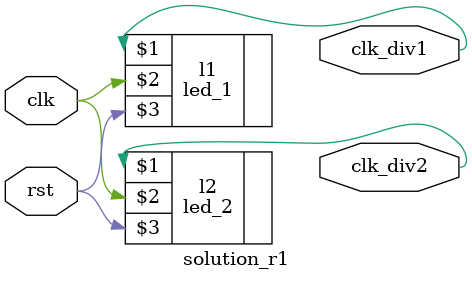
<source format=v>
`timescale 1ns / 1ps


module solution_r1(
output clk_div1,clk_div2,
	input clk,
    input rst
    );
    led_1 l1(clk_div1,clk,rst);
    led_2 l2(clk_div2,clk,rst);
endmodule

</source>
